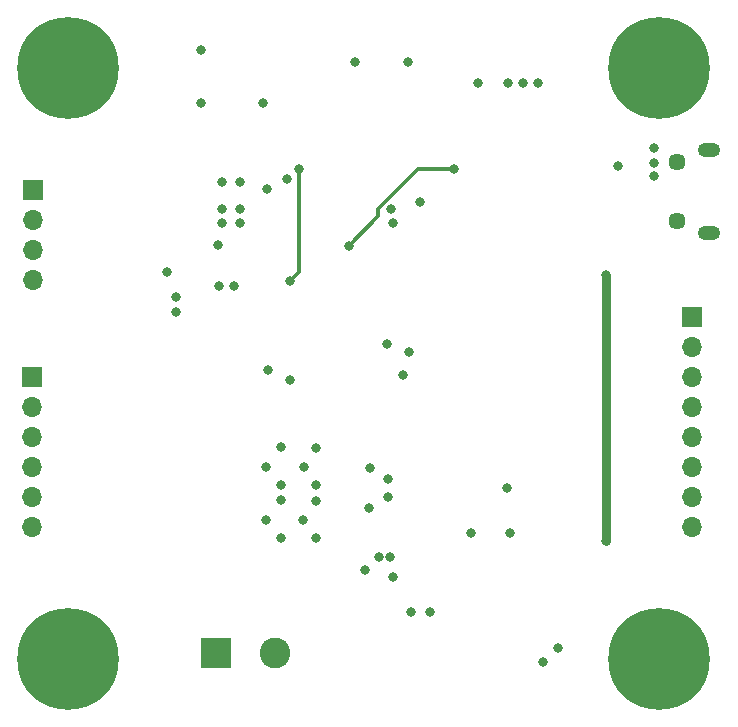
<source format=gbr>
%TF.GenerationSoftware,KiCad,Pcbnew,(5.1.8)-1*%
%TF.CreationDate,2020-12-14T19:22:24+01:00*%
%TF.ProjectId,STM32_Dev_Board,53544d33-325f-4446-9576-5f426f617264,rev?*%
%TF.SameCoordinates,Original*%
%TF.FileFunction,Copper,L4,Bot*%
%TF.FilePolarity,Positive*%
%FSLAX46Y46*%
G04 Gerber Fmt 4.6, Leading zero omitted, Abs format (unit mm)*
G04 Created by KiCad (PCBNEW (5.1.8)-1) date 2020-12-14 19:22:24*
%MOMM*%
%LPD*%
G01*
G04 APERTURE LIST*
%TA.AperFunction,ComponentPad*%
%ADD10C,0.900000*%
%TD*%
%TA.AperFunction,ComponentPad*%
%ADD11C,8.600000*%
%TD*%
%TA.AperFunction,ComponentPad*%
%ADD12C,1.450000*%
%TD*%
%TA.AperFunction,ComponentPad*%
%ADD13O,1.900000X1.200000*%
%TD*%
%TA.AperFunction,ComponentPad*%
%ADD14R,2.600000X2.600000*%
%TD*%
%TA.AperFunction,ComponentPad*%
%ADD15C,2.600000*%
%TD*%
%TA.AperFunction,ComponentPad*%
%ADD16R,1.700000X1.700000*%
%TD*%
%TA.AperFunction,ComponentPad*%
%ADD17O,1.700000X1.700000*%
%TD*%
%TA.AperFunction,ViaPad*%
%ADD18C,0.800000*%
%TD*%
%TA.AperFunction,Conductor*%
%ADD19C,0.300000*%
%TD*%
%TA.AperFunction,Conductor*%
%ADD20C,0.750000*%
%TD*%
G04 APERTURE END LIST*
D10*
%TO.P,H1,1*%
%TO.N,GND*%
X58030419Y-103469581D03*
X55750000Y-102525000D03*
X53469581Y-103469581D03*
X52525000Y-105750000D03*
X53469581Y-108030419D03*
X55750000Y-108975000D03*
X58030419Y-108030419D03*
X58975000Y-105750000D03*
D11*
X55750000Y-105750000D03*
%TD*%
D10*
%TO.P,H2,1*%
%TO.N,GND*%
X108030419Y-103469581D03*
X105750000Y-102525000D03*
X103469581Y-103469581D03*
X102525000Y-105750000D03*
X103469581Y-108030419D03*
X105750000Y-108975000D03*
X108030419Y-108030419D03*
X108975000Y-105750000D03*
D11*
X105750000Y-105750000D03*
%TD*%
%TO.P,H3,1*%
%TO.N,GND*%
X105750000Y-55750000D03*
D10*
X108975000Y-55750000D03*
X108030419Y-58030419D03*
X105750000Y-58975000D03*
X103469581Y-58030419D03*
X102525000Y-55750000D03*
X103469581Y-53469581D03*
X105750000Y-52525000D03*
X108030419Y-53469581D03*
%TD*%
D11*
%TO.P,H4,1*%
%TO.N,GND*%
X55750000Y-55750000D03*
D10*
X58975000Y-55750000D03*
X58030419Y-58030419D03*
X55750000Y-58975000D03*
X53469581Y-58030419D03*
X52525000Y-55750000D03*
X53469581Y-53469581D03*
X55750000Y-52525000D03*
X58030419Y-53469581D03*
%TD*%
D12*
%TO.P,J1,6*%
%TO.N,Net-(J1-Pad6)*%
X107300000Y-68675000D03*
X107300000Y-63675000D03*
D13*
X110000000Y-69675000D03*
X110000000Y-62675000D03*
%TD*%
D14*
%TO.P,J2,1*%
%TO.N,+12V*%
X68250000Y-105250000D03*
D15*
%TO.P,J2,2*%
%TO.N,GND*%
X73250000Y-105250000D03*
%TD*%
D16*
%TO.P,J3,1*%
%TO.N,+3V3*%
X52750000Y-66040000D03*
D17*
%TO.P,J3,2*%
%TO.N,USART2_TX*%
X52750000Y-68580000D03*
%TO.P,J3,3*%
%TO.N,USART4_RX*%
X52750000Y-71120000D03*
%TO.P,J3,4*%
%TO.N,GND*%
X52750000Y-73660000D03*
%TD*%
D16*
%TO.P,J5,1*%
%TO.N,+3V3*%
X52705000Y-81915000D03*
D17*
%TO.P,J5,2*%
%TO.N,SPI1_CS*%
X52705000Y-84455000D03*
%TO.P,J5,3*%
%TO.N,SPI1_SCK*%
X52705000Y-86995000D03*
%TO.P,J5,4*%
%TO.N,SPI1_MISO*%
X52705000Y-89535000D03*
%TO.P,J5,5*%
%TO.N,SPI1_MOSI*%
X52705000Y-92075000D03*
%TO.P,J5,6*%
%TO.N,GND*%
X52705000Y-94615000D03*
%TD*%
D16*
%TO.P,J6,1*%
%TO.N,GPIO_0*%
X108585000Y-76835000D03*
D17*
%TO.P,J6,2*%
%TO.N,GPIO_1*%
X108585000Y-79375000D03*
%TO.P,J6,3*%
%TO.N,GPIO_2*%
X108585000Y-81915000D03*
%TO.P,J6,4*%
%TO.N,GPIO_3*%
X108585000Y-84455000D03*
%TO.P,J6,5*%
%TO.N,GPIO_4*%
X108585000Y-86995000D03*
%TO.P,J6,6*%
%TO.N,GPIO_5*%
X108585000Y-89535000D03*
%TO.P,J6,7*%
%TO.N,GPIO_6*%
X108585000Y-92075000D03*
%TO.P,J6,8*%
%TO.N,GPIO_7*%
X108585000Y-94615000D03*
%TD*%
D18*
%TO.N,GND*%
X72650000Y-81250000D03*
%TO.N,+3V3*%
X70300000Y-67650000D03*
%TO.N,GND*%
X64900000Y-75100000D03*
X68500000Y-74150000D03*
X69800000Y-74150000D03*
X64100000Y-72950000D03*
X68400000Y-70700000D03*
X68800000Y-68850000D03*
X68750000Y-67650000D03*
X68750000Y-65350000D03*
X74250000Y-65100000D03*
X66950000Y-58650000D03*
X72200000Y-58650000D03*
X102250000Y-64000000D03*
X105350000Y-64850000D03*
X105350000Y-63750000D03*
X105350000Y-62500000D03*
X80000000Y-55200000D03*
X83050000Y-67700000D03*
X85550000Y-67100000D03*
X84050000Y-81750000D03*
X84550000Y-79800000D03*
X73750000Y-87850000D03*
X73750000Y-91050000D03*
X72450000Y-89500000D03*
X73750000Y-92300000D03*
X73750000Y-95500000D03*
X72500000Y-93950000D03*
X84800000Y-101750000D03*
X86350000Y-101750000D03*
X89800000Y-95050000D03*
X93100000Y-95050000D03*
X92850000Y-91250000D03*
X83250000Y-98800000D03*
X97200000Y-104800000D03*
X95950000Y-106050000D03*
%TO.N,+3V3*%
X70300000Y-65350000D03*
X72550000Y-66000000D03*
X70250000Y-68850000D03*
X64900000Y-76400000D03*
X74500000Y-82100000D03*
X75700000Y-89500000D03*
X76700000Y-91050000D03*
X76700000Y-87900000D03*
X81250000Y-89550000D03*
X82800000Y-90500000D03*
X82800000Y-92000000D03*
X81200000Y-92950000D03*
X76700000Y-92350000D03*
X76700000Y-95500000D03*
X75650000Y-93950000D03*
X82050000Y-97100000D03*
X80850000Y-98250000D03*
X82950000Y-97100000D03*
X66950000Y-54200000D03*
X84500000Y-55250000D03*
%TO.N,GND*%
X90450000Y-57000000D03*
X93000000Y-57000000D03*
X94250000Y-57000000D03*
%TO.N,+3V3*%
X83200000Y-68850000D03*
X82700000Y-79100000D03*
X95550000Y-56950000D03*
%TO.N,STATUS_LED*%
X74500000Y-73750000D03*
X75250000Y-64250000D03*
%TO.N,+5V*%
X101250000Y-73250000D03*
X101250000Y-95750000D03*
%TO.N,NRST*%
X79500000Y-70750000D03*
X88400000Y-64300000D03*
%TD*%
D19*
%TO.N,STATUS_LED*%
X74500000Y-73750000D02*
X75250000Y-73000000D01*
X75250000Y-73000000D02*
X75250000Y-64250000D01*
D20*
%TO.N,+5V*%
X101250000Y-73250000D02*
X101250000Y-95750000D01*
D19*
%TO.N,NRST*%
X82000000Y-67639998D02*
X85339998Y-64300000D01*
X85339998Y-64300000D02*
X88400000Y-64300000D01*
X82000000Y-68250000D02*
X82000000Y-67639998D01*
X79500000Y-70750000D02*
X82000000Y-68250000D01*
%TD*%
M02*

</source>
